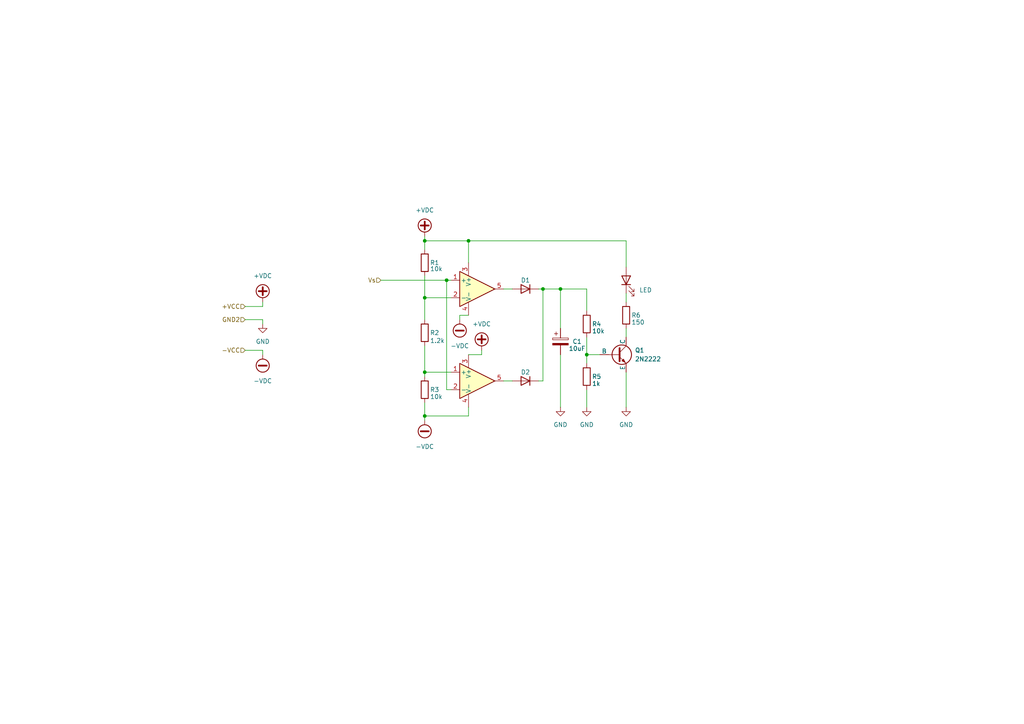
<source format=kicad_sch>
(kicad_sch (version 20231120) (generator "eeschema") (generator_version "8.0")
  (paper "A4")
  (lib_symbols
    (symbol "Device:C_Polarized" (pin_numbers hide) (pin_names (offset 0.254))
      (property "Reference" "C" (at 0.635 2.54 0))
      (property "Value" "C_Polarized" (at 0.635 -2.54 0))
      (symbol "C_Polarized_0_1"
        (rectangle (start -2.286 0.508) (end 2.286 1.016))
        (polyline (pts (xy -1.778 2.286) (xy -0.762 2.286)))
        (polyline (pts (xy -1.27 2.794) (xy -1.27 1.778)))
        (rectangle (start 2.286 -0.508) (end -2.286 -1.016) (fill (type outline)))
      )
      (symbol "C_Polarized_1_1"
        (pin passive line (at 0 3.81 270) (length 2.794) (name "~") (number "1"))
        (pin passive line (at 0 -3.81 90) (length 2.794) (name "~") (number "2"))
      )
    )
    (symbol "Device:D" (pin_numbers hide) (pin_names (offset 1.016) hide)
      (property "Reference" "D" (at 0 2.54 0))
      (property "Value" "D" (at 0 -2.54 0))
      (symbol "D_0_1"
        (polyline (pts (xy -1.27 1.27) (xy -1.27 -1.27)) (stroke (width 0.254)))
        (polyline (pts (xy 1.27 0) (xy -1.27 0)))
        (polyline (pts (xy 1.27 1.27) (xy 1.27 -1.27) (xy -1.27 0) (xy 1.27 1.27)) (stroke (width 0.254)))
      )
      (symbol "D_1_1"
        (pin passive line (at -3.81 0 0) (length 2.54) (name "K") (number "1"))
        (pin passive line (at 3.81 0 180) (length 2.54) (name "A") (number "2"))
      )
    )
    (symbol "Device:LED" (pin_numbers hide) (pin_names (offset 1.016) hide)
      (property "Reference" "D" (at 0 2.54 0))
      (property "Value" "LED" (at 0 -2.54 0))
      (symbol "LED_0_1"
        (polyline (pts (xy -1.27 -1.27) (xy -1.27 1.27)) (stroke (width 0.254)))
        (polyline (pts (xy -1.27 0) (xy 1.27 0)))
        (polyline (pts (xy 1.27 -1.27) (xy 1.27 1.27) (xy -1.27 0) (xy 1.27 -1.27)) (stroke (width 0.254)))
        (polyline (pts (xy -3.048 -0.762) (xy -4.572 -2.286) (xy -3.81 -2.286) (xy -4.572 -2.286) (xy -4.572 -1.524)))
        (polyline (pts (xy -1.778 -0.762) (xy -3.302 -2.286) (xy -2.54 -2.286) (xy -3.302 -2.286) (xy -3.302 -1.524)))
      )
      (symbol "LED_1_1"
        (pin passive line (at -3.81 0 0) (length 2.54) (name "K") (number "1"))
        (pin passive line (at 3.81 0 180) (length 2.54) (name "A") (number "2"))
      )
    )
    (symbol "Device:R" (pin_numbers hide) (pin_names (offset 0))
      (property "Reference" "R" (at 2.032 0 90))
      (property "Value" "R" (at 0 0 90))
      (symbol "R_0_1"
        (rectangle (start -1.016 -2.54) (end 1.016 2.54) (stroke (width 0.254)))
      )
      (symbol "R_1_1"
        (pin passive line (at 0 3.81 270) (length 1.27) (name "~") (number "1"))
        (pin passive line (at 0 -3.81 90) (length 1.27) (name "~") (number "2"))
      )
    )
    (symbol "Simulation_SPICE:NPN" (pin_numbers hide) (pin_names (offset 0))
      (property "Reference" "Q" (at -2.54 7.62 0))
      (property "Value" "NPN" (at -2.54 5.08 0))
      (symbol "NPN_0_1"
        (polyline (pts (xy -2.54 0) (xy 0.635 0)) (stroke (width 0.1524)))
        (polyline (pts (xy 0.635 0.635) (xy 2.54 2.54)))
        (polyline (pts (xy 2.794 -1.27) (xy 2.794 -1.27)) (stroke (width 0.1524)))
        (polyline (pts (xy 2.794 -1.27) (xy 2.794 -1.27)) (stroke (width 0.1524)))
        (polyline (pts (xy 0.635 -0.635) (xy 2.54 -2.54) (xy 2.54 -2.54)))
        (polyline (pts (xy 0.635 1.905) (xy 0.635 -1.905) (xy 0.635 -1.905)) (stroke (width 0.508)))
        (polyline (pts (xy 1.27 -1.778) (xy 1.778 -1.27) (xy 2.286 -2.286) (xy 1.27 -1.778) (xy 1.27 -1.778)) (fill (type outline)))
        (circle (center 1.27 0) (radius 2.8194) (stroke (width 0.254)))
      )
      (symbol "NPN_1_1"
        (pin open_collector line (at 2.54 5.08 270) (length 2.54) (name "C") (number "1"))
        (pin input line (at -5.08 0 0) (length 2.54) (name "B") (number "2"))
        (pin open_emitter line (at 2.54 -5.08 90) (length 2.54) (name "E") (number "3"))
      )
    )
    (symbol "Simulation_SPICE:OPAMP" (pin_names (offset 0.254))
      (property "Reference" "U" (at 3.81 3.175 0))
      (property "Value" "${SIM.PARAMS}" (at 3.81 -3.175 0))
      (symbol "OPAMP_0_1"
        (polyline (pts (xy 5.08 0) (xy -5.08 5.08) (xy -5.08 -5.08) (xy 5.08 0)) (stroke (width 0.254)) (fill (type background)))
      )
      (symbol "OPAMP_1_1"
        (pin input line (at -7.62 2.54 0) (length 2.54) (name "+") (number "1"))
        (pin input line (at -7.62 -2.54 0) (length 2.54) (name "-") (number "2"))
        (pin power_in line (at -2.54 7.62 270) (length 3.81) (name "V+") (number "3"))
        (pin power_in line (at -2.54 -7.62 90) (length 3.81) (name "V-") (number "4"))
        (pin output line (at 7.62 0 180) (length 2.54) (name "~") (number "5"))
      )
    )
    (symbol "power:+VDC" (power) (pin_numbers hide) (pin_names (offset 0) hide)
      (property "Value" "+VDC" (at 0 6.35 0))
      (symbol "+VDC_0_1"
        (polyline (pts (xy -1.143 3.175) (xy 1.143 3.175)) (stroke (width 0.508)))
        (polyline (pts (xy 0 0) (xy 0 1.27)))
        (polyline (pts (xy 0 2.032) (xy 0 4.318)) (stroke (width 0.508)))
        (circle (center 0 3.175) (radius 1.905) (stroke (width 0.254)))
      )
      (symbol "+VDC_1_1"
        (pin power_in line (at 0 0 90) (length 0) (name "~") (number "1"))
      )
    )
    (symbol "power:-VDC" (power) (pin_numbers hide) (pin_names (offset 0) hide)
      (property "Value" "-VDC" (at 0 6.35 0))
      (symbol "-VDC_0_1"
        (polyline (pts (xy -1.143 3.175) (xy 1.143 3.175)) (stroke (width 0.508)))
        (polyline (pts (xy 0 0) (xy 0 1.27)))
        (circle (center 0 3.175) (radius 1.905) (stroke (width 0.254)))
      )
      (symbol "-VDC_1_1"
        (pin power_in line (at 0 0 90) (length 0) (name "~") (number "1"))
      )
    )
    (symbol "power:GND" (power) (pin_numbers hide) (pin_names (offset 0) hide)
      (property "Value" "GND" (at 0 -3.81 0))
      (symbol "GND_0_1"
        (polyline (pts (xy 0 0) (xy 0 -1.27) (xy 1.27 -1.27) (xy 0 -2.54) (xy -1.27 -1.27) (xy 0 -1.27)))
      )
      (symbol "GND_1_1"
        (pin power_in line (at 0 0 270) (length 0) (name "~") (number "1"))
      )
    )
  )
  (junction (at 123.19 69.85))
  (junction (at 123.19 86.36))
  (junction (at 157.48 83.82))
  (junction (at 123.19 107.95))
  (junction (at 170.18 102.87))
  (junction (at 135.89 69.85))
  (junction (at 129.54 81.28))
  (junction (at 123.19 120.65))
  (junction (at 162.56 83.82))
  (wire (pts (xy 71.12 88.9) (xy 76.2 88.9)))
  (wire (pts (xy 123.19 86.36) (xy 130.81 86.36)))
  (wire (pts (xy 139.7 102.87) (xy 135.89 102.87)))
  (wire (pts (xy 181.61 69.85) (xy 181.61 77.47)))
  (wire (pts (xy 71.12 101.6) (xy 76.2 101.6)))
  (wire (pts (xy 181.61 85.09) (xy 181.61 87.63)))
  (wire (pts (xy 123.19 69.85) (xy 135.89 69.85)))
  (wire (pts (xy 123.19 109.22) (xy 123.19 107.95)))
  (wire (pts (xy 133.35 91.44) (xy 135.89 91.44)))
  (wire (pts (xy 162.56 102.87) (xy 162.56 118.11)))
  (wire (pts (xy 76.2 88.9) (xy 76.2 87.63)))
  (wire (pts (xy 157.48 83.82) (xy 157.48 110.49)))
  (wire (pts (xy 170.18 102.87) (xy 170.18 105.41)))
  (wire (pts (xy 162.56 83.82) (xy 170.18 83.82)))
  (wire (pts (xy 123.19 69.85) (xy 123.19 72.39)))
  (wire (pts (xy 123.19 121.92) (xy 123.19 120.65)))
  (wire (pts (xy 135.89 69.85) (xy 181.61 69.85)))
  (wire (pts (xy 123.19 100.33) (xy 123.19 107.95)))
  (wire (pts (xy 162.56 83.82) (xy 157.48 83.82)))
  (wire (pts (xy 123.19 107.95) (xy 130.81 107.95)))
  (wire (pts (xy 129.54 81.28) (xy 129.54 113.03)))
  (wire (pts (xy 181.61 107.95) (xy 181.61 118.11)))
  (wire (pts (xy 181.61 95.25) (xy 181.61 97.79)))
  (wire (pts (xy 71.12 92.71) (xy 76.2 92.71)))
  (wire (pts (xy 146.05 83.82) (xy 148.59 83.82)))
  (wire (pts (xy 133.35 92.71) (xy 133.35 91.44)))
  (wire (pts (xy 146.05 110.49) (xy 148.59 110.49)))
  (wire (pts (xy 129.54 113.03) (xy 130.81 113.03)))
  (wire (pts (xy 123.19 116.84) (xy 123.19 120.65)))
  (wire (pts (xy 130.81 81.28) (xy 129.54 81.28)))
  (wire (pts (xy 123.19 68.58) (xy 123.19 69.85)))
  (wire (pts (xy 139.7 101.6) (xy 139.7 102.87)))
  (wire (pts (xy 123.19 120.65) (xy 135.89 120.65)))
  (wire (pts (xy 123.19 80.01) (xy 123.19 86.36)))
  (wire (pts (xy 135.89 69.85) (xy 135.89 76.2)))
  (wire (pts (xy 135.89 120.65) (xy 135.89 118.11)))
  (wire (pts (xy 76.2 101.6) (xy 76.2 102.87)))
  (wire (pts (xy 173.99 102.87) (xy 170.18 102.87)))
  (wire (pts (xy 156.21 83.82) (xy 157.48 83.82)))
  (wire (pts (xy 110.49 81.28) (xy 129.54 81.28)))
  (wire (pts (xy 76.2 92.71) (xy 76.2 93.98)))
  (wire (pts (xy 162.56 83.82) (xy 162.56 95.25)))
  (wire (pts (xy 123.19 86.36) (xy 123.19 92.71)))
  (wire (pts (xy 170.18 83.82) (xy 170.18 90.17)))
  (wire (pts (xy 170.18 102.87) (xy 170.18 97.79)))
  (wire (pts (xy 156.21 110.49) (xy 157.48 110.49)))
  (wire (pts (xy 170.18 113.03) (xy 170.18 118.11)))
  (hierarchical_label "Vs" (shape input) (at 110.49 81.28 180))
  (hierarchical_label "-VCC" (shape input) (at 71.12 101.6 180))
  (hierarchical_label "GND2" (shape input) (at 71.12 92.71 180))
  (hierarchical_label "+VCC" (shape input) (at 71.12 88.9 180))
  (symbol (lib_id "Simulation_SPICE:NPN") (at 179.07 102.87 0) (unit 1)
    (property "Reference" "Q1" (at 184.15 101.5999 0) (effects (justify left)))
    (property "Value" "2N2222" (at 184.15 104.1399 0) (effects (justify left)))
    (property "Datasheet" "https://ngspice.sourceforge.io/docs/ngspice-html-manual/manual.xhtml#cha_BJTs" (effects (hide yes)))
    (property "Description" "Bipolar transistor symbol for simulation only, substrate tied to the emitter" (effects (hide yes)))
    (property "Sim.Device" "NPN" (effects (hide yes)))
    (property "Sim.Type" "GUMMELPOON" (effects (hide yes)))
    (property "Sim.Pins" "1=C 2=B 3=E" (effects (hide yes)))
  )
  (symbol (lib_id "power:GND") (at 170.18 118.11 0) (unit 1)
    (property "Reference" "#PWR025" (effects (hide yes)))
    (property "Value" "GND" (at 170.18 123.19 0))
    (property "Description" "Power symbol creates a global label with name \"GND\" , ground" (effects (hide yes)))
  )
  (symbol (lib_id "power:-VDC") (at 133.35 92.71 0) (mirror x) (unit 1)
    (property "Reference" "#PWR063" (effects (hide yes)))
    (property "Value" "-VDC" (at 133.35 100.33 0))
    (property "Description" "Power symbol creates a global label with name \"-VDC\"" (effects (hide yes)))
  )
  (symbol (lib_id "power:-VDC") (at 76.2 102.87 0) (mirror x) (unit 1)
    (property "Reference" "#PWR047" (effects (hide yes)))
    (property "Value" "-VDC" (at 76.2 110.49 0))
    (property "Description" "Power symbol creates a global label with name \"-VDC\"" (effects (hide yes)))
  )
  (symbol (lib_id "power:+VDC") (at 139.7 101.6 0) (unit 1)
    (property "Reference" "#PWR062" (effects (hide yes)))
    (property "Value" "+VDC" (at 139.7 93.98 0))
    (property "Description" "Power symbol creates a global label with name \"+VDC\"" (effects (hide yes)))
  )
  (symbol (lib_id "Device:R") (at 123.19 96.52 0) (unit 1)
    (property "Reference" "R2" (at 124.714 96.52 0) (effects (justify left)))
    (property "Value" "1.2k" (at 124.714 98.806 0) (effects (justify left)))
    (property "Description" "Resistor" (effects (hide yes)))
  )
  (symbol (lib_id "Device:R") (at 181.61 91.44 0) (unit 1)
    (property "Reference" "R6" (at 183.134 91.44 0) (effects (justify left)))
    (property "Value" "150" (at 183.134 93.472 0) (effects (justify left)))
    (property "Description" "Resistor" (effects (hide yes)))
  )
  (symbol (lib_id "Device:R") (at 170.18 93.98 0) (unit 1)
    (property "Reference" "R4" (at 171.704 93.98 0) (effects (justify left)))
    (property "Value" "10k" (at 171.704 96.012 0) (effects (justify left)))
    (property "Description" "Resistor" (effects (hide yes)))
  )
  (symbol (lib_id "Device:D") (at 152.4 83.82 0) (mirror y) (unit 1)
    (property "Reference" "D1" (at 152.4 81.28 0))
    (property "Value" "D" (effects (hide yes)))
    (property "Description" "Diode" (effects (hide yes)))
    (property "Sim.Device" "D" (effects (hide yes)))
    (property "Sim.Pins" "1=K 2=A" (effects (hide yes)))
  )
  (symbol (lib_id "Simulation_SPICE:OPAMP") (at 138.43 83.82 0) (unit 1)
    (property "Reference" "U11" (effects (hide yes)))
    (property "Value" "${SIM.PARAMS}" (effects (hide yes)))
    (property "Datasheet" "https://ngspice.sourceforge.io/docs/ngspice-html-manual/manual.xhtml#sec__SUBCKT_Subcircuits" (effects (hide yes)))
    (property "Description" "Operational amplifier, single, node sequence=1:+ 2:- 3:OUT 4:V+ 5:V-" (effects (hide yes)))
    (property "Sim.Pins" "1=in+ 2=in- 3=vcc 4=vee 5=out" (effects (hide yes)))
    (property "Sim.Device" "SUBCKT" (effects (hide yes)))
    (property "Sim.Library" "${KICAD8_SYMBOL_DIR}/Simulation_SPICE.sp" (effects (hide yes)))
    (property "Sim.Name" "kicad_builtin_opamp" (effects (hide yes)))
  )
  (symbol (lib_id "Device:D") (at 152.4 110.49 0) (mirror y) (unit 1)
    (property "Reference" "D2" (at 152.4 107.95 0))
    (property "Value" "D" (effects (hide yes)))
    (property "Description" "Diode" (effects (hide yes)))
    (property "Sim.Device" "D" (effects (hide yes)))
    (property "Sim.Pins" "1=K 2=A" (effects (hide yes)))
  )
  (symbol (lib_id "power:+VDC") (at 76.2 87.63 0) (unit 1)
    (property "Reference" "#PWR045" (effects (hide yes)))
    (property "Value" "+VDC" (at 76.2 80.01 0))
    (property "Description" "Power symbol creates a global label with name \"+VDC\"" (effects (hide yes)))
  )
  (symbol (lib_id "Device:R") (at 123.19 113.03 0) (unit 1)
    (property "Reference" "R3" (at 124.714 113.03 0) (effects (justify left)))
    (property "Value" "10k" (at 124.714 115.062 0) (effects (justify left)))
    (property "Description" "Resistor" (effects (hide yes)))
  )
  (symbol (lib_id "Simulation_SPICE:OPAMP") (at 138.43 110.49 0) (unit 1)
    (property "Reference" "U12" (effects (hide yes)))
    (property "Value" "${SIM.PARAMS}" (effects (hide yes)))
    (property "Datasheet" "https://ngspice.sourceforge.io/docs/ngspice-html-manual/manual.xhtml#sec__SUBCKT_Subcircuits" (effects (hide yes)))
    (property "Description" "Operational amplifier, single, node sequence=1:+ 2:- 3:OUT 4:V+ 5:V-" (effects (hide yes)))
    (property "Sim.Pins" "1=in+ 2=in- 3=vcc 4=vee 5=out" (effects (hide yes)))
    (property "Sim.Device" "SUBCKT" (effects (hide yes)))
    (property "Sim.Library" "${KICAD8_SYMBOL_DIR}/Simulation_SPICE.sp" (effects (hide yes)))
    (property "Sim.Name" "kicad_builtin_opamp" (effects (hide yes)))
  )
  (symbol (lib_id "power:GND") (at 162.56 118.11 0) (unit 1)
    (property "Reference" "#PWR024" (effects (hide yes)))
    (property "Value" "GND" (at 162.56 123.19 0))
    (property "Description" "Power symbol creates a global label with name \"GND\" , ground" (effects (hide yes)))
  )
  (symbol (lib_id "Device:R") (at 170.18 109.22 0) (unit 1)
    (property "Reference" "R5" (at 171.704 109.22 0) (effects (justify left)))
    (property "Value" "1k" (at 171.704 111.252 0) (effects (justify left)))
    (property "Description" "Resistor" (effects (hide yes)))
  )
  (symbol (lib_id "Device:R") (at 123.19 76.2 0) (unit 1)
    (property "Reference" "R1" (at 124.714 76.2 0) (effects (justify left)))
    (property "Value" "10k" (at 124.714 77.978 0) (effects (justify left)))
    (property "Description" "Resistor" (effects (hide yes)))
  )
  (symbol (lib_id "power:GND") (at 181.61 118.11 0) (unit 1)
    (property "Reference" "#PWR026" (effects (hide yes)))
    (property "Value" "GND" (at 181.61 123.19 0))
    (property "Description" "Power symbol creates a global label with name \"GND\" , ground" (effects (hide yes)))
  )
  (symbol (lib_id "power:-VDC") (at 123.19 121.92 0) (mirror x) (unit 1)
    (property "Reference" "#PWR061" (effects (hide yes)))
    (property "Value" "-VDC" (at 123.19 129.54 0))
    (property "Description" "Power symbol creates a global label with name \"-VDC\"" (effects (hide yes)))
  )
  (symbol (lib_id "Device:C_Polarized") (at 162.56 99.06 0) (unit 1)
    (property "Reference" "C1" (at 167.386 99.06 0))
    (property "Value" "10uF" (at 167.386 101.092 0))
    (property "Description" "Polarized capacitor" (effects (hide yes)))
  )
  (symbol (lib_id "power:+VDC") (at 123.19 68.58 0) (unit 1)
    (property "Reference" "#PWR060" (effects (hide yes)))
    (property "Value" "+VDC" (at 123.19 60.96 0))
    (property "Description" "Power symbol creates a global label with name \"+VDC\"" (effects (hide yes)))
  )
  (symbol (lib_id "power:GND") (at 76.2 93.98 0) (mirror y) (unit 1)
    (property "Reference" "#PWR046" (effects (hide yes)))
    (property "Value" "GND" (at 76.2 99.06 0))
    (property "Description" "Power symbol creates a global label with name \"GND\" , ground" (effects (hide yes)))
  )
  (symbol (lib_id "Device:LED") (at 181.61 81.28 90) (unit 1)
    (property "Reference" "D11" (effects (hide yes)))
    (property "Value" "LED" (at 185.42 84.1374 90) (effects (justify right)))
    (property "Description" "Light emitting diode" (effects (hide yes)))
  )
)
</source>
